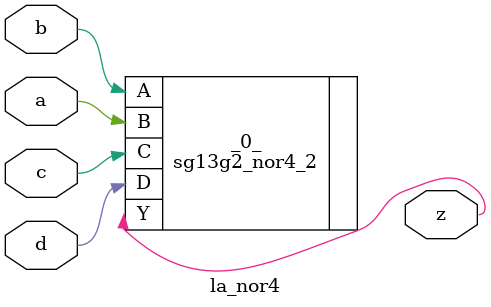
<source format=v>

/* Generated by Yosys 0.44 (git sha1 80ba43d26, g++ 11.4.0-1ubuntu1~22.04 -fPIC -O3) */

(* top =  1  *)
(* src = "generated" *)
module la_nor4 (
    a,
    b,
    c,
    d,
    z
);
  (* src = "generated" *)
  input a;
  wire a;
  (* src = "generated" *)
  input b;
  wire b;
  (* src = "generated" *)
  input c;
  wire c;
  (* src = "generated" *)
  input d;
  wire d;
  (* src = "generated" *)
  output z;
  wire z;
  sg13g2_nor4_2 _0_ (
      .A(b),
      .B(a),
      .C(c),
      .D(d),
      .Y(z)
  );
endmodule

</source>
